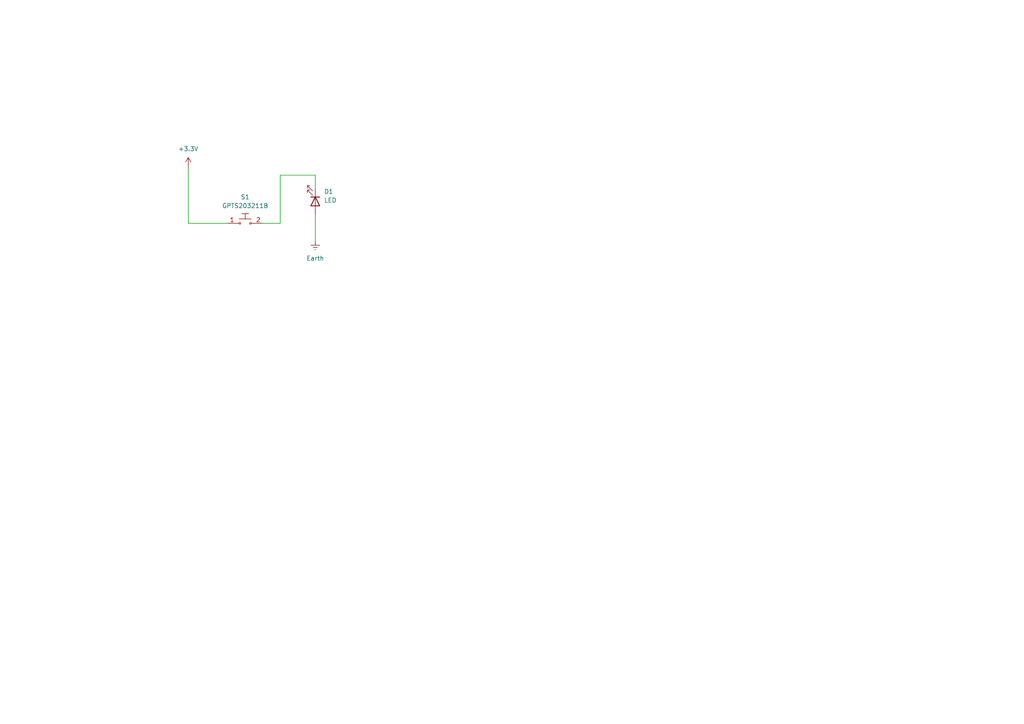
<source format=kicad_sch>
(kicad_sch (version 20250114) (generator "eeschema") (generator_version "9.0")
  (paper "A4")
  (lib_symbols
    (symbol "Device:LED" (pin_numbers (hide yes)) (pin_names (offset 1.016) (hide yes))
      (property "Reference" "D" (at 0 2.54 0))
      (property "Value" "LED" (at 0 -2.54 0))
      (symbol "LED_0_1"
        (polyline (pts (xy -3.048 -0.762) (xy -4.572 -2.286) (xy -3.81 -2.286) (xy -4.572 -2.286) (xy -4.572 -1.524)))
        (polyline (pts (xy -1.778 -0.762) (xy -3.302 -2.286) (xy -2.54 -2.286) (xy -3.302 -2.286) (xy -3.302 -1.524)))
        (polyline (pts (xy -1.27 0) (xy 1.27 0)))
        (polyline (pts (xy -1.27 -1.27) (xy -1.27 1.27)) (stroke (width 0.254)))
        (polyline (pts (xy 1.27 -1.27) (xy 1.27 1.27) (xy -1.27 0) (xy 1.27 -1.27)) (stroke (width 0.254)))
      )
      (symbol "LED_1_1"
        (pin passive line (at -3.81 0 0) (length 2.54) (name "K") (number "1"))
        (pin passive line (at 3.81 0 180) (length 2.54) (name "A") (number "2"))
      )
    )
    (symbol "dk_Pushbutton-Switches:GPTS203211B" (pin_names (offset 1.016))
      (property "Reference" "S" (at -3.81 3.81 0))
      (property "Value" "GPTS203211B" (at 0 -2.54 0))
      (symbol "GPTS203211B_0_1"
        (polyline (pts (xy -2.54 0) (xy -1.778 0)))
        (polyline (pts (xy -1.778 1.27) (xy 1.778 1.27)))
        (circle (center -1.524 0) (radius 0.254))
        (polyline (pts (xy -1.016 2.794) (xy 1.016 2.794)))
        (polyline (pts (xy 0 1.27) (xy 0 2.794)))
        (circle (center 1.524 0) (radius 0.254))
        (polyline (pts (xy 2.54 0) (xy 1.778 0)))
      )
      (symbol "GPTS203211B_1_1"
        (pin passive line (at -5.08 0 0) (length 2.54) (name "~") (number "1"))
        (pin passive line (at 5.08 0 180) (length 2.54) (name "~") (number "2"))
      )
    )
    (symbol "power:+3.3V" (power) (pin_numbers (hide yes)) (pin_names (offset 0) (hide yes))
      (property "Value" "+3.3V" (at 0 3.556 0))
      (symbol "+3.3V_0_1"
        (polyline (pts (xy -0.762 1.27) (xy 0 2.54)))
        (polyline (pts (xy 0 2.54) (xy 0.762 1.27)))
        (polyline (pts (xy 0 0) (xy 0 2.54)))
      )
      (symbol "+3.3V_1_1"
        (pin power_in line (at 0 0 90) (length 0) (name "~") (number "1"))
      )
    )
    (symbol "power:Earth" (power) (pin_numbers (hide yes)) (pin_names (offset 0) (hide yes))
      (property "Value" "Earth" (at 0 -3.81 0))
      (symbol "Earth_0_1"
        (polyline (pts (xy -0.635 -1.905) (xy 0.635 -1.905)))
        (polyline (pts (xy -0.127 -2.54) (xy 0.127 -2.54)))
        (polyline (pts (xy 0 -1.27) (xy 0 0)))
        (polyline (pts (xy 1.27 -1.27) (xy -1.27 -1.27)))
      )
      (symbol "Earth_1_1"
        (pin power_in line (at 0 0 270) (length 0) (name "~") (number "1"))
      )
    )
  )
  (wire (pts (xy 54.61 48.26) (xy 54.61 64.77)))
  (wire (pts (xy 81.28 50.8) (xy 91.44 50.8)))
  (wire (pts (xy 54.61 64.77) (xy 66.04 64.77)))
  (wire (pts (xy 91.44 62.23) (xy 91.44 69.85)))
  (wire (pts (xy 81.28 64.77) (xy 81.28 50.8)))
  (wire (pts (xy 76.2 64.77) (xy 81.28 64.77)))
  (wire (pts (xy 91.44 50.8) (xy 91.44 54.61)))
  (symbol (lib_id "dk_Pushbutton-Switches:GPTS203211B") (at 71.12 64.77 0) (unit 1)
    (property "Reference" "S1" (at 71.12 57.15 0))
    (property "Value" "GPTS203211B" (at 71.12 59.69 0))
    (property "Footprint" "digikey-footprints:PushButton_12x12mm_THT_GPTS203211B" (effects (hide yes)))
    (property "Datasheet" "http://switches-connectors-custom.cwind.com/Asset/GPTS203211BR2.pdf" (effects (hide yes)))
    (property "Description" "SWITCH PUSHBUTTON SPST 1A 30V" (effects (hide yes)))
    (property "Digi-Key_PN" "CW181-ND" (effects (hide yes)))
    (property "MPN" "GPTS203211B" (effects (hide yes)))
    (property "Category" "Switches" (effects (hide yes)))
    (property "Family" "Pushbutton Switches" (effects (hide yes)))
    (property "DK_Datasheet_Link" "http://switches-connectors-custom.cwind.com/Asset/GPTS203211BR2.pdf" (effects (hide yes)))
    (property "DK_Detail_Page" "/product-detail/en/cw-industries/GPTS203211B/CW181-ND/3190590" (effects (hide yes)))
    (property "Description_1" "SWITCH PUSHBUTTON SPST 1A 30V" (effects (hide yes)))
    (property "Manufacturer" "CW Industries" (effects (hide yes)))
    (property "Status" "Active" (effects (hide yes)))
  )
  (symbol (lib_id "Device:LED") (at 91.44 58.42 270) (unit 1)
    (property "Reference" "D1" (at 93.98 55.5624 90) (effects (justify left)))
    (property "Value" "LED" (at 93.98 58.1024 90) (effects (justify left)))
    (property "Description" "Light emitting diode" (effects (hide yes)))
    (property "Sim.Pins" "1=K 2=A" (effects (hide yes)))
  )
  (symbol (lib_id "power:Earth") (at 91.44 69.85 0) (unit 1)
    (property "Reference" "#PWR02" (effects (hide yes)))
    (property "Value" "Earth" (at 91.44 74.93 0))
    (property "Description" "Power symbol creates a global label with name \"Earth\"" (effects (hide yes)))
  )
  (symbol (lib_id "power:+3.3V") (at 54.61 48.26 0) (unit 1)
    (property "Reference" "#PWR01" (effects (hide yes)))
    (property "Value" "+3.3V" (at 54.61 43.18 0))
    (property "Description" "Power symbol creates a global label with name \"+3.3V\"" (effects (hide yes)))
  )
)
</source>
